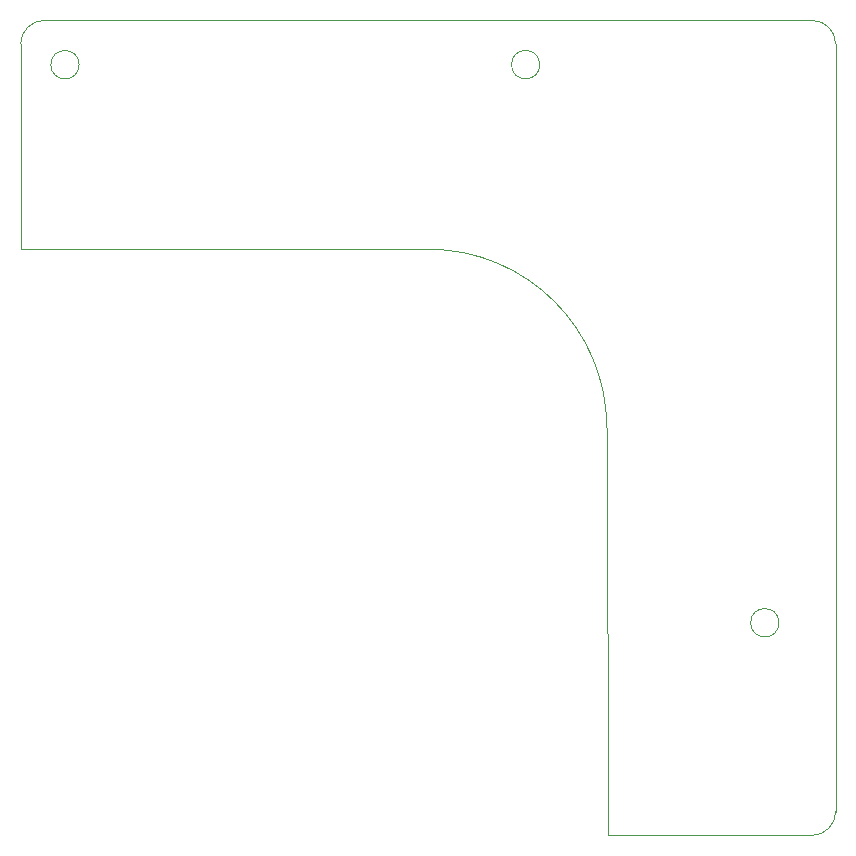
<source format=gbr>
%TF.GenerationSoftware,KiCad,Pcbnew,8.0.3*%
%TF.CreationDate,2024-07-23T15:57:45+02:00*%
%TF.ProjectId,Ruehrplatte,52756568-7270-46c6-9174-74652e6b6963,rev?*%
%TF.SameCoordinates,Original*%
%TF.FileFunction,Profile,NP*%
%FSLAX46Y46*%
G04 Gerber Fmt 4.6, Leading zero omitted, Abs format (unit mm)*
G04 Created by KiCad (PCBNEW 8.0.3) date 2024-07-23 15:57:45*
%MOMM*%
%LPD*%
G01*
G04 APERTURE LIST*
%TA.AperFunction,Profile*%
%ADD10C,0.050000*%
%TD*%
G04 APERTURE END LIST*
D10*
X144950000Y-53750000D02*
G75*
G02*
X142550000Y-53750000I-1200000J0D01*
G01*
X142550000Y-53750000D02*
G75*
G02*
X144950000Y-53750000I1200000J0D01*
G01*
X101000000Y-51999999D02*
G75*
G02*
X102999998Y-50000000I2000000J-1D01*
G01*
X105950000Y-53750000D02*
G75*
G02*
X103550000Y-53750000I-1200000J0D01*
G01*
X103550000Y-53750000D02*
G75*
G02*
X105950000Y-53750000I1200000J0D01*
G01*
X165200000Y-101000000D02*
G75*
G02*
X162800000Y-101000000I-1200000J0D01*
G01*
X162800000Y-101000000D02*
G75*
G02*
X165200000Y-101000000I1200000J0D01*
G01*
X150750000Y-119000000D02*
X168000000Y-119000000D01*
X168000000Y-50000000D02*
X102999998Y-50000000D01*
X135500000Y-69375000D02*
X101000000Y-69350000D01*
X150625000Y-84500000D02*
X150750000Y-119000000D01*
X170000000Y-117000000D02*
X170000000Y-52000000D01*
X170000000Y-117000000D02*
G75*
G02*
X168000000Y-119000000I-2000000J0D01*
G01*
X101000000Y-69350000D02*
X101000000Y-51999999D01*
X135500000Y-69375000D02*
G75*
G02*
X150625000Y-84500000I0J-15125000D01*
G01*
X168000000Y-50000000D02*
G75*
G02*
X170000000Y-52000000I0J-2000000D01*
G01*
M02*

</source>
